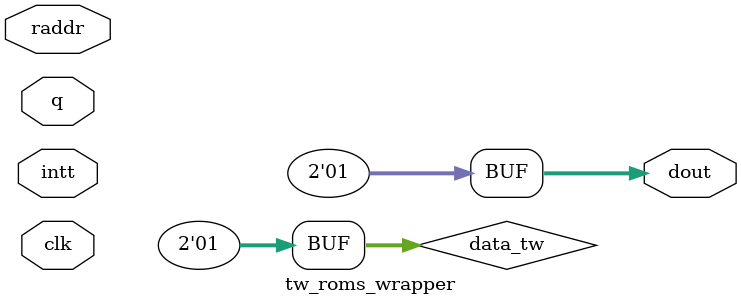
<source format=v>
`timescale 1ns / 1ps

module tw_roms_wrapper
#(
    parameter LOGQ       = 0,
    parameter LOGN       = 0,
    parameter IS_Q_FIXED = 0,
    parameter Q          = 0,
    parameter DELAY_ADD  = 0,
    parameter DELAY_SUB  = 0,
    parameter DELAY_MUL  = 0,
    parameter   DSP_W    = 0,
    parameter   DSP_H    = 0,
    parameter DELAY_RED  = 0,
    parameter   TYPE_RED = 0,
    parameter   W        = 0,
    parameter   L        = 0,
    parameter   MULLAT   = 0,
    parameter   ADDPIP   = 0,
    parameter   R_w      = 0,
    parameter DELAY_DIV2 = 0,
    parameter DELAY_BRAM = 0,
    parameter DELAY_BROM = 0,
    parameter DELAY_FIFO = 0,
    parameter BTF_GS     = 0,
    // specific
    parameter STAGE      = 0
)(
    input               clk,
    input               intt,
    input  [LOGQ-1:0]   q,
    input  [LOGN-1:0]   raddr, 
    output [LOGQ-1:0]   dout
);
    wire [LOGQ-1:0] data_tw;
    
    generate
        if (STAGE==11) begin
            tw_rom_11 #(LOGN, LOGQ, DELAY_BROM, STAGE) tw11 (clk, raddr, data_tw);
        end
        if (STAGE==10) begin
            tw_rom_10 #(LOGN, LOGQ, DELAY_BROM, STAGE) tw10 (clk, raddr, data_tw);
        end
        if (STAGE==9) begin
            tw_rom_9  #(LOGN, LOGQ, DELAY_BROM, STAGE) tw9  (clk, raddr, data_tw);
        end
        if (STAGE==8) begin
            tw_rom_8  #(LOGN, LOGQ, DELAY_BROM, STAGE) tw8  (clk, raddr, data_tw);
        end
        if (STAGE==7) begin
            tw_rom_7  #(LOGN, LOGQ, DELAY_BROM, STAGE) tw7  (clk, raddr, data_tw);
        end
        if (STAGE==6) begin
            tw_rom_6  #(LOGN, LOGQ, DELAY_BROM, STAGE) tw6  (clk, raddr, data_tw);
        end
        if (STAGE==5) begin
            tw_rom_5  #(LOGN, LOGQ, DELAY_BROM, STAGE) tw5  (clk, raddr, data_tw);
        end
        if (STAGE==4) begin
            tw_rom_4  #(LOGN, LOGQ, DELAY_BROM, STAGE) tw4  (clk, raddr, data_tw);
        end
        if (STAGE==3) begin
            tw_rom_3  #(LOGN, LOGQ, DELAY_BROM, STAGE) tw3  (clk, raddr, data_tw);
        end
        if (STAGE==2) begin
            tw_rom_2  #(LOGN, LOGQ, DELAY_BROM, STAGE) tw2  (clk, raddr, data_tw);
        end
        if (STAGE==1) begin
            tw_rom_1  #(LOGN, LOGQ, DELAY_BROM, STAGE) tw1  (clk, raddr, data_tw);
        end
        if (STAGE==0) begin
            // tw_rom_0  #(LOGN, LOGQ, DELAY_BROM, STAGE) tw0  (clk, raddr, data_tw);
            assign data_tw = 1;
        end
    endgenerate
    
    assign dout = data_tw;
endmodule

</source>
